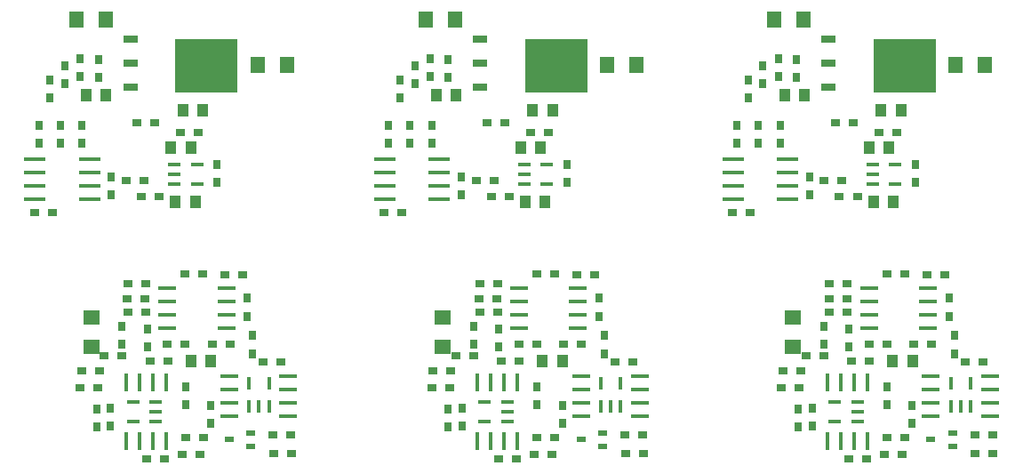
<source format=gbr>
G04 DipTrace 1.50*
%INpaste.gbr*%
%MOIN*%
%ADD10C,0.0098*%
%ADD11C,0.0055*%
%ADD12C,0.003*%
%ADD13C,0.0118*%
%ADD14C,0.016*%
%ADD15C,0.0197*%
%ADD16C,0.0157*%
%ADD17C,0.008*%
%ADD18C,0.0039*%
%ADD19C,0.0591*%
%ADD20R,0.0413X0.0315*%
%ADD21R,0.0394X0.0433*%
%ADD22R,0.063X0.0709*%
%ADD23R,0.0433X0.0394*%
%ADD24R,0.0512X0.0591*%
%ADD25R,0.0748X0.0256*%
%ADD26R,0.0571X0.0197*%
%ADD27R,0.0197X0.0571*%
%ADD28R,0.0256X0.0748*%
%ADD29C,0.043*%
%ADD30C,0.0984*%
%ADD31R,0.0709X0.063*%
%ADD32C,0.0433*%
%ADD33R,0.0866X0.0236*%
%ADD34R,0.063X0.0394*%
%ADD35R,0.2441X0.2126*%
%ADD36C,0.0315*%
%ADD37C,0.015*%
%ADD38C,0.0276*%
%ADD39C,0.0787*%
%ADD40R,0.252X0.2205*%
%ADD41R,0.2362X0.2047*%
%ADD42R,0.0709X0.0472*%
%ADD43R,0.0551X0.0315*%
%ADD44R,0.0945X0.0315*%
%ADD45R,0.0787X0.0157*%
%ADD46C,0.0512*%
%ADD47C,0.0354*%
%ADD48R,0.0787X0.0709*%
%ADD49R,0.063X0.0551*%
%ADD50C,0.1063*%
%ADD51C,0.0906*%
%ADD52C,0.0509*%
%ADD53C,0.0351*%
%ADD54R,0.0335X0.0827*%
%ADD55R,0.0177X0.0669*%
%ADD56R,0.0276X0.065*%
%ADD57R,0.0118X0.0492*%
%ADD58R,0.065X0.0276*%
%ADD59R,0.0492X0.0118*%
%ADD60R,0.0827X0.0335*%
%ADD61R,0.0669X0.0177*%
%ADD62R,0.0591X0.0669*%
%ADD63R,0.0433X0.0512*%
%ADD64R,0.0512X0.0472*%
%ADD65R,0.0354X0.0315*%
%ADD66R,0.0709X0.0787*%
%ADD67R,0.0551X0.063*%
%ADD68R,0.0472X0.0512*%
%ADD69R,0.0315X0.0354*%
%ADD70R,0.0492X0.0394*%
%ADD71R,0.0335X0.0236*%
%ADD72C,0.0669*%
%ADD73C,0.0077*%
%FSLAX44Y44*%
%SFA1B1*%
%OFA0B0*%
G04*
G70*
G90*
G75*
G01*
%LNTopPaste*%
%LPD*%
D71*
X13925Y14705D3*
Y15217D3*
X13118Y14961D3*
D69*
X8700Y24129D3*
Y24798D3*
D67*
X8477Y30709D3*
X7374D3*
D69*
X8205Y28528D3*
Y29197D3*
D65*
X9662Y26835D3*
X10331D3*
D69*
X6946Y28311D3*
Y28981D3*
D65*
X9816Y24084D3*
X10485D3*
D69*
X12650Y25278D3*
Y24609D3*
D65*
X11296Y26484D3*
X11965D3*
X5806Y23474D3*
X6475D3*
X8425Y18091D3*
X9095D3*
X15068Y17871D3*
X14399D3*
D67*
X15272Y29000D3*
X14170D3*
D65*
X10806Y17891D3*
X10137D3*
D69*
X13802Y20255D3*
Y19586D3*
X12422Y15574D3*
Y16243D3*
X10042Y18446D3*
Y19115D3*
X9102Y18546D3*
Y19215D3*
X14002Y18186D3*
Y18855D3*
D65*
X12957Y21131D3*
X13627D3*
X12127Y21168D3*
X11457D3*
D63*
X12426Y17910D3*
X11678D3*
D65*
X10698Y14251D3*
X10029D3*
D69*
X8662Y15454D3*
Y16123D3*
D63*
X8501Y27859D3*
X7753D3*
X11376Y27304D3*
X12124D3*
D61*
X13004Y19135D3*
Y19635D3*
Y20135D3*
Y20635D3*
X10799D3*
Y20135D3*
Y19635D3*
Y19135D3*
D59*
X10357Y15631D3*
Y16005D3*
Y16379D3*
X9511D3*
Y15631D3*
D57*
X13862Y16215D3*
X14236D3*
X14610D3*
Y17061D3*
X13862D3*
D55*
X9247Y14908D3*
X9747D3*
X10247D3*
X10747D3*
Y17113D3*
X10247D3*
X9747D3*
X9247D3*
D61*
X13119Y17346D3*
Y16846D3*
Y16346D3*
Y15846D3*
X15324D3*
Y16346D3*
Y16846D3*
Y17346D3*
D69*
X6777Y26748D3*
Y26079D3*
X7597Y26748D3*
Y26079D3*
X5977Y26748D3*
Y26079D3*
D65*
X9246Y24654D3*
X9915D3*
D63*
X11674Y25914D3*
X10926D3*
X11096Y23864D3*
X11844D3*
D69*
X7536Y29237D3*
Y28567D3*
X6394Y28449D3*
Y27780D3*
D65*
X8246Y17531D3*
X7577D3*
D69*
X8142Y16115D3*
Y15446D3*
D65*
X15456Y14451D3*
X14787D3*
X8186Y16910D3*
X7517D3*
D69*
X11482Y16256D3*
Y16925D3*
D65*
X12146Y15031D3*
X11477D3*
X15436Y15141D3*
X14767D3*
X12477Y18551D3*
X13146D3*
X10797Y18531D3*
X11466D3*
D49*
X7942Y18449D3*
Y19552D3*
D65*
X9317Y19731D3*
X9986D3*
X9297Y20251D3*
X9966D3*
X9317Y20810D3*
X9986D3*
X12036Y14391D3*
X11367D3*
D45*
X7874Y23984D3*
Y24484D3*
Y24984D3*
Y25484D3*
X5827D3*
Y24984D3*
Y24484D3*
Y23984D3*
D59*
X11065Y25283D3*
Y24909D3*
Y24535D3*
X11911D3*
Y25283D3*
D43*
X9407Y29965D3*
Y29066D3*
Y28166D3*
D41*
X12261Y28981D3*
D71*
X27113Y14705D3*
Y15217D3*
X26306Y14961D3*
D69*
X21825Y24129D3*
Y24798D3*
D67*
X21602Y30709D3*
X20499D3*
D69*
X21330Y28528D3*
Y29197D3*
D65*
X22787Y26835D3*
X23456D3*
D69*
X20070Y28311D3*
Y28981D3*
D65*
X22941Y24084D3*
X23610D3*
D69*
X25775Y25278D3*
Y24609D3*
D65*
X24421Y26484D3*
X25090D3*
X18931Y23474D3*
X19600D3*
X21613Y18091D3*
X22282D3*
X28256Y17871D3*
X27586D3*
D67*
X28397Y29000D3*
X27295D3*
D65*
X23994Y17891D3*
X23325D3*
D69*
X26989Y20255D3*
Y19586D3*
X25609Y15574D3*
Y16243D3*
X23229Y18446D3*
Y19115D3*
X22289Y18546D3*
Y19215D3*
X27189Y18186D3*
Y18855D3*
D65*
X26145Y21131D3*
X26814D3*
X25314Y21168D3*
X24645D3*
D63*
X25613Y17910D3*
X24865D3*
D65*
X23886Y14251D3*
X23216D3*
D69*
X21849Y15454D3*
Y16123D3*
D63*
X21626Y27859D3*
X20878D3*
X24501Y27304D3*
X25249D3*
D61*
X26192Y19135D3*
Y19635D3*
Y20135D3*
Y20635D3*
X23987D3*
Y20135D3*
Y19635D3*
Y19135D3*
D59*
X23545Y15631D3*
Y16005D3*
Y16379D3*
X22698D3*
Y15631D3*
D57*
X27050Y16215D3*
X27424D3*
X27798D3*
Y17061D3*
X27050D3*
D55*
X22434Y14908D3*
X22934D3*
X23434D3*
X23934D3*
Y17113D3*
X23434D3*
X22934D3*
X22434D3*
D61*
X26307Y17346D3*
Y16846D3*
Y16346D3*
Y15846D3*
X28512D3*
Y16346D3*
Y16846D3*
Y17346D3*
D69*
X19902Y26748D3*
Y26079D3*
X20722Y26748D3*
Y26079D3*
X19102Y26748D3*
Y26079D3*
D65*
X22371Y24654D3*
X23040D3*
D63*
X24799Y25914D3*
X24051D3*
X24221Y23864D3*
X24969D3*
D69*
X20661Y29237D3*
Y28567D3*
X19519Y28449D3*
Y27780D3*
D65*
X21434Y17531D3*
X20765D3*
D69*
X21329Y16115D3*
Y15446D3*
D65*
X28644Y14451D3*
X27975D3*
X21374Y16910D3*
X20705D3*
D69*
X24669Y16256D3*
Y16925D3*
D65*
X25334Y15031D3*
X24665D3*
X28624Y15141D3*
X27955D3*
X25665Y18551D3*
X26334D3*
X23985Y18531D3*
X24654D3*
D49*
X21129Y18449D3*
Y19552D3*
D65*
X22505Y19731D3*
X23174D3*
X22485Y20251D3*
X23154D3*
X22505Y20810D3*
X23174D3*
X25224Y14391D3*
X24555D3*
D45*
X20999Y23984D3*
Y24484D3*
Y24984D3*
Y25484D3*
X18952D3*
Y24984D3*
Y24484D3*
Y23984D3*
D59*
X24190Y25283D3*
Y24909D3*
Y24535D3*
X25036D3*
Y25283D3*
D43*
X22531Y29965D3*
Y29066D3*
Y28166D3*
D41*
X25386Y28981D3*
D71*
X40238Y14705D3*
Y15217D3*
X39431Y14961D3*
D69*
X34888Y24129D3*
Y24798D3*
D67*
X34664Y30709D3*
X33562D3*
D69*
X34393Y28528D3*
Y29197D3*
D65*
X35850Y26835D3*
X36519D3*
D69*
X33133Y28311D3*
Y28981D3*
D65*
X36003Y24084D3*
X36672D3*
D69*
X38838Y25278D3*
Y24609D3*
D65*
X37483Y26484D3*
X38152D3*
X31993Y23474D3*
X32663D3*
X34738Y18091D3*
X35407D3*
X41381Y17871D3*
X40712D3*
D67*
X41460Y29000D3*
X40357D3*
D65*
X37119Y17891D3*
X36450D3*
D69*
X40114Y20255D3*
Y19586D3*
X38734Y15574D3*
Y16243D3*
X36354Y18446D3*
Y19115D3*
X35414Y18546D3*
Y19215D3*
X40314Y18186D3*
Y18855D3*
D65*
X39270Y21131D3*
X39939D3*
X38439Y21168D3*
X37770D3*
D63*
X38738Y17910D3*
X37990D3*
D65*
X37011Y14251D3*
X36341D3*
D69*
X34974Y15454D3*
Y16123D3*
D63*
X34688Y27859D3*
X33940D3*
X37564Y27304D3*
X38312D3*
D61*
X39317Y19135D3*
Y19635D3*
Y20135D3*
Y20635D3*
X37112D3*
Y20135D3*
Y19635D3*
Y19135D3*
D59*
X36670Y15631D3*
Y16005D3*
Y16379D3*
X35823D3*
Y15631D3*
D57*
X40175Y16215D3*
X40549D3*
X40923D3*
Y17061D3*
X40175D3*
D55*
X35559Y14908D3*
X36059D3*
X36559D3*
X37059D3*
Y17113D3*
X36559D3*
X36059D3*
X35559D3*
D61*
X39432Y17346D3*
Y16846D3*
Y16346D3*
Y15846D3*
X41637D3*
Y16346D3*
Y16846D3*
Y17346D3*
D69*
X32964Y26748D3*
Y26079D3*
X33784Y26748D3*
Y26079D3*
X32164Y26748D3*
Y26079D3*
D65*
X35433Y24654D3*
X36103D3*
D63*
X37862Y25914D3*
X37114D3*
X37284Y23864D3*
X38032D3*
D69*
X33724Y29237D3*
Y28567D3*
X32582Y28449D3*
Y27780D3*
D65*
X34559Y17531D3*
X33890D3*
D69*
X34454Y16115D3*
Y15446D3*
D65*
X41769Y14451D3*
X41100D3*
X34499Y16910D3*
X33830D3*
D69*
X37794Y16256D3*
Y16925D3*
D65*
X38459Y15031D3*
X37790D3*
X41749Y15141D3*
X41080D3*
X38790Y18551D3*
X39459D3*
X37110Y18531D3*
X37779D3*
D49*
X34254Y18449D3*
Y19552D3*
D65*
X35630Y19731D3*
X36299D3*
X35610Y20251D3*
X36279D3*
X35630Y20810D3*
X36299D3*
X38349Y14391D3*
X37680D3*
D45*
X34061Y23984D3*
Y24484D3*
Y24984D3*
Y25484D3*
X32014D3*
Y24984D3*
Y24484D3*
Y23984D3*
D59*
X37252Y25283D3*
Y24909D3*
Y24535D3*
X38099D3*
Y25283D3*
D43*
X35594Y29965D3*
Y29066D3*
Y28166D3*
D41*
X38448Y28981D3*
M02*

</source>
